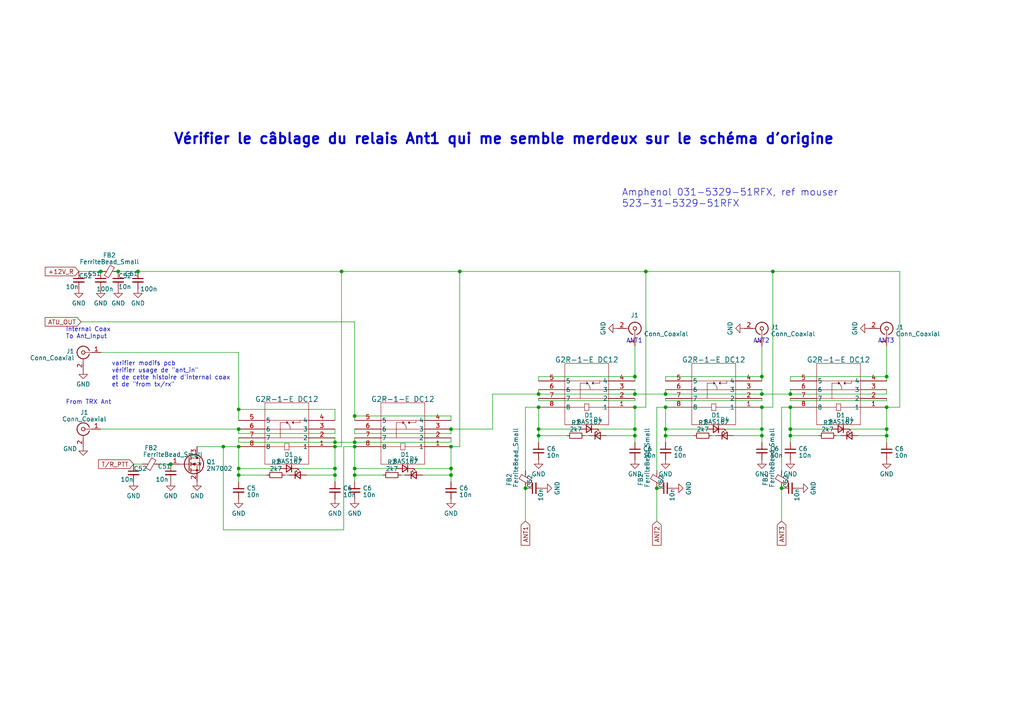
<source format=kicad_sch>
(kicad_sch (version 20230121) (generator eeschema)
  (paper "A4")
  (lib_symbols
    (symbol "Connector:Conn_Coaxial" (pin_names (offset 1.016) hide)
      (property "Reference" "J" (at 0.254 3.048 0))
      (property "Value" "Conn_Coaxial" (at 2.921 0 90))
      (symbol "Conn_Coaxial_0_1"
        (arc (start -1.778 -0.508) (mid 0.2311 -1.8066) (end 1.778 0) (stroke (width 0.254)))
        (polyline (pts (xy -2.54 0) (xy -0.508 0)))
        (polyline (pts (xy 0 -2.54) (xy 0 -1.778)))
        (circle (center 0 0) (radius 0.508) (stroke (width 0.2032)))
        (arc (start 1.778 0) (mid 0.2099 1.8101) (end -1.778 0.508) (stroke (width 0.254)))
      )
      (symbol "Conn_Coaxial_1_1"
        (pin passive line (at -5.08 0 0) (length 2.54) (name "In") (number "1"))
        (pin passive line (at 0 -5.08 90) (length 2.54) (name "Ext") (number "2"))
      )
    )
    (symbol "Device:C_Small" (pin_numbers hide) (pin_names (offset 0.254) hide)
      (property "Reference" "C" (at 0.254 1.778 0))
      (property "Value" "C_Small" (at 0.254 -2.032 0))
      (symbol "C_Small_0_1"
        (polyline (pts (xy -1.524 -0.508) (xy 1.524 -0.508)) (stroke (width 0.3302)))
        (polyline (pts (xy -1.524 0.508) (xy 1.524 0.508)) (stroke (width 0.3048)))
      )
      (symbol "C_Small_1_1"
        (pin passive line (at 0 2.54 270) (length 2.032) (name "~") (number "1"))
        (pin passive line (at 0 -2.54 90) (length 2.032) (name "~") (number "2"))
      )
    )
    (symbol "Device:D_Small" (pin_numbers hide) (pin_names (offset 0.254) hide)
      (property "Reference" "D" (at -1.27 2.032 0))
      (property "Value" "D_Small" (at -3.81 -2.032 0))
      (symbol "D_Small_0_1"
        (polyline (pts (xy -0.762 -1.016) (xy -0.762 1.016)) (stroke (width 0.254)))
        (polyline (pts (xy -0.762 0) (xy 0.762 0)))
        (polyline (pts (xy 0.762 -1.016) (xy -0.762 0) (xy 0.762 1.016) (xy 0.762 -1.016)) (stroke (width 0.254)))
      )
      (symbol "D_Small_1_1"
        (pin passive line (at -2.54 0 0) (length 1.778) (name "K") (number "1"))
        (pin passive line (at 2.54 0 180) (length 1.778) (name "A") (number "2"))
      )
    )
    (symbol "Device:FerriteBead_Small" (pin_numbers hide) (pin_names (offset 0))
      (property "Reference" "FB" (at 1.905 1.27 0))
      (property "Value" "FerriteBead_Small" (at 1.905 -1.27 0))
      (symbol "FerriteBead_Small_0_1"
        (polyline (pts (xy 0 -1.27) (xy 0 -0.7874)))
        (polyline (pts (xy 0 0.889) (xy 0 1.2954)))
        (polyline (pts (xy -1.8288 0.2794) (xy -1.1176 1.4986) (xy 1.8288 -0.2032) (xy 1.1176 -1.4224) (xy -1.8288 0.2794)))
      )
      (symbol "FerriteBead_Small_1_1"
        (pin passive line (at 0 2.54 270) (length 1.27) (name "~") (number "1"))
        (pin passive line (at 0 -2.54 90) (length 1.27) (name "~") (number "2"))
      )
    )
    (symbol "Device:LED_Small" (pin_numbers hide) (pin_names (offset 0.254) hide)
      (property "Reference" "D" (at -1.27 3.175 0))
      (property "Value" "LED_Small" (at -4.445 -2.54 0))
      (symbol "LED_Small_0_1"
        (polyline (pts (xy -0.762 -1.016) (xy -0.762 1.016)) (stroke (width 0.254)))
        (polyline (pts (xy 1.016 0) (xy -0.762 0)))
        (polyline (pts (xy 0.762 -1.016) (xy -0.762 0) (xy 0.762 1.016) (xy 0.762 -1.016)) (stroke (width 0.254)))
        (polyline (pts (xy 0 0.762) (xy -0.508 1.27) (xy -0.254 1.27) (xy -0.508 1.27) (xy -0.508 1.016)))
        (polyline (pts (xy 0.508 1.27) (xy 0 1.778) (xy 0.254 1.778) (xy 0 1.778) (xy 0 1.524)))
      )
      (symbol "LED_Small_1_1"
        (pin passive line (at -2.54 0 0) (length 1.778) (name "K") (number "1"))
        (pin passive line (at 2.54 0 180) (length 1.778) (name "A") (number "2"))
      )
    )
    (symbol "Device:R_Small" (pin_numbers hide) (pin_names (offset 0.254) hide)
      (property "Reference" "R" (at 0.762 0.508 0))
      (property "Value" "R_Small" (at 0.762 -1.016 0))
      (symbol "R_Small_0_1"
        (rectangle (start -0.762 1.778) (end 0.762 -1.778) (stroke (width 0.2032)))
      )
      (symbol "R_Small_1_1"
        (pin passive line (at 0 2.54 270) (length 0.762) (name "~") (number "1"))
        (pin passive line (at 0 -2.54 90) (length 0.762) (name "~") (number "2"))
      )
    )
    (symbol "RELAY_G2R-1-E AC12:G2R-1-E_DC12" (pin_names (offset 0.254))
      (property "Reference" "K" (at 13.6525 9.8425 0))
      (property "Value" "G2R-1-E DC12" (at 20.32 7.62 0))
      (symbol "G2R-1-E_DC12_0_1"
        (polyline (pts (xy 7.62 -12.7) (xy 20.32 -12.7)) (stroke (width 0.127)))
        (polyline (pts (xy 7.62 -7.62) (xy 20.32 -7.62)) (stroke (width 0.127)))
        (polyline (pts (xy 7.62 -5.08) (xy 20.32 -5.08)) (stroke (width 0.127)))
        (polyline (pts (xy 7.62 -2.54) (xy 20.32 -2.54)) (stroke (width 0.127)))
        (polyline (pts (xy 7.62 0) (xy 13.335 0)) (stroke (width 0.127)))
        (polyline (pts (xy 7.62 5.08) (xy 7.62 -12.7)) (stroke (width 0.127)))
        (polyline (pts (xy 10.16 -7.62) (xy 10.16 -6.985)) (stroke (width 0.127)))
        (polyline (pts (xy 10.16 -6.985) (xy 12.065 -6.985)) (stroke (width 0.127)))
        (polyline (pts (xy 12.065 -7.3025) (xy 12.3825 -6.985)) (stroke (width 0.127)))
        (polyline (pts (xy 12.065 -6.6675) (xy 12.065 -7.3025)) (stroke (width 0.127)))
        (polyline (pts (xy 12.3825 -6.985) (xy 12.065 -6.6675)) (stroke (width 0.127)))
        (polyline (pts (xy 13.0175 -5.715) (xy 13.6525 -6.985)) (stroke (width 0.127)))
        (polyline (pts (xy 13.0175 -5.08) (xy 13.0175 -5.715)) (stroke (width 0.127)))
        (polyline (pts (xy 13.335 -0.9525) (xy 13.335 0)) (stroke (width 0.127)))
        (polyline (pts (xy 13.335 0) (xy 13.335 0.9525)) (stroke (width 0.127)))
        (polyline (pts (xy 13.335 0.9525) (xy 14.605 0.9525)) (stroke (width 0.127)))
        (polyline (pts (xy 13.6525 -6.985) (xy 13.97 -7.3025)) (stroke (width 0.127)))
        (polyline (pts (xy 13.6525 -6.985) (xy 13.97 -6.6675)) (stroke (width 0.127)))
        (polyline (pts (xy 13.97 -7.3025) (xy 13.97 -6.6675)) (stroke (width 0.127)))
        (polyline (pts (xy 13.97 -6.985) (xy 15.875 -6.985)) (stroke (width 0.127)))
        (polyline (pts (xy 14.605 -0.9525) (xy 13.335 -0.9525)) (stroke (width 0.127)))
        (polyline (pts (xy 14.605 0) (xy 20.32 0)) (stroke (width 0.127)))
        (polyline (pts (xy 14.605 0.9525) (xy 14.605 -0.9525)) (stroke (width 0.127)))
        (polyline (pts (xy 15.875 -6.985) (xy 15.875 -2.54)) (stroke (width 0.127)))
        (polyline (pts (xy 20.32 -12.7) (xy 20.32 5.08)) (stroke (width 0.127)))
        (polyline (pts (xy 20.32 5.08) (xy 7.62 5.08)) (stroke (width 0.127)))
        (polyline (pts (xy 12.065 -6.6675) (xy 12.3825 -6.985) (xy 12.065 -7.3025)) (fill (type outline)))
        (polyline (pts (xy 13.6525 -6.985) (xy 13.97 -6.6675) (xy 13.97 -7.3025)) (fill (type outline)))
        (pin unspecified line (at 0 0 0) (length 7.62) (name "1") (number "1"))
        (pin unspecified line (at 0 -2.54 0) (length 7.62) (name "2") (number "2"))
        (pin unspecified line (at 0 -5.08 0) (length 7.62) (name "3") (number "3"))
        (pin unspecified line (at 0 -7.62 0) (length 7.62) (name "4") (number "4"))
        (pin unspecified line (at 27.94 -7.62 180) (length 7.62) (name "5") (number "5"))
        (pin unspecified line (at 27.94 -5.08 180) (length 7.62) (name "6") (number "6"))
        (pin unspecified line (at 27.94 -2.54 180) (length 7.62) (name "7") (number "7"))
        (pin unspecified line (at 27.94 0 180) (length 7.62) (name "8") (number "8"))
      )
    )
    (symbol "Transistor_FET:2N7002" (pin_names hide)
      (property "Reference" "Q" (at 5.08 1.905 0))
      (property "Value" "2N7002" (at 5.08 0 0))
      (symbol "2N7002_0_1"
        (polyline (pts (xy 0.254 0) (xy -2.54 0)))
        (polyline (pts (xy 0.254 1.905) (xy 0.254 -1.905)) (stroke (width 0.254)))
        (polyline (pts (xy 0.762 -1.27) (xy 0.762 -2.286)) (stroke (width 0.254)))
        (polyline (pts (xy 0.762 0.508) (xy 0.762 -0.508)) (stroke (width 0.254)))
        (polyline (pts (xy 0.762 2.286) (xy 0.762 1.27)) (stroke (width 0.254)))
        (polyline (pts (xy 2.54 2.54) (xy 2.54 1.778)))
        (polyline (pts (xy 2.54 -2.54) (xy 2.54 0) (xy 0.762 0)))
        (polyline (pts (xy 0.762 -1.778) (xy 3.302 -1.778) (xy 3.302 1.778) (xy 0.762 1.778)))
        (polyline (pts (xy 1.016 0) (xy 2.032 0.381) (xy 2.032 -0.381) (xy 1.016 0)) (fill (type outline)))
        (polyline (pts (xy 2.794 0.508) (xy 2.921 0.381) (xy 3.683 0.381) (xy 3.81 0.254)))
        (polyline (pts (xy 3.302 0.381) (xy 2.921 -0.254) (xy 3.683 -0.254) (xy 3.302 0.381)))
        (circle (center 1.651 0) (radius 2.794) (stroke (width 0.254)))
        (circle (center 2.54 -1.778) (radius 0.254) (fill (type outline)))
        (circle (center 2.54 1.778) (radius 0.254) (fill (type outline)))
      )
      (symbol "2N7002_1_1"
        (pin input line (at -5.08 0 0) (length 2.54) (name "G") (number "1"))
        (pin passive line (at 2.54 -5.08 90) (length 2.54) (name "S") (number "2"))
        (pin passive line (at 2.54 5.08 270) (length 2.54) (name "D") (number "3"))
      )
    )
    (symbol "power:GND" (power) (pin_names (offset 0))
      (property "Value" "GND" (at 0 -3.81 0))
      (symbol "GND_0_1"
        (polyline (pts (xy 0 0) (xy 0 -1.27) (xy 1.27 -1.27) (xy 0 -2.54) (xy -1.27 -1.27) (xy 0 -1.27)))
      )
      (symbol "GND_1_1"
        (pin power_in line (at 0 0 270) (length 0) hide (name "GND") (number "1"))
      )
    )
  )
  (junction (at 102.87 128.27))
  (junction (at 97.155 129.54))
  (junction (at 193.04 124.46))
  (junction (at 64.77 129.54))
  (junction (at 130.81 137.795))
  (junction (at 184.15 118.11))
  (junction (at 69.215 118.745))
  (junction (at 220.98 109.22))
  (junction (at 102.87 129.54))
  (junction (at 34.29 78.74))
  (junction (at 99.06 78.74))
  (junction (at 229.235 124.46))
  (junction (at 97.155 128.27))
  (junction (at 193.04 126.365))
  (junction (at 257.175 126.365))
  (junction (at 229.235 114.3))
  (junction (at 229.235 118.11))
  (junction (at 220.98 126.365))
  (junction (at 187.325 78.74))
  (junction (at 102.87 137.795))
  (junction (at 130.81 129.54))
  (junction (at 156.21 124.46))
  (junction (at 220.98 118.11))
  (junction (at 257.175 124.46))
  (junction (at 130.81 135.89))
  (junction (at 193.04 114.3))
  (junction (at 97.155 135.89))
  (junction (at 29.21 78.74))
  (junction (at 40.005 78.74))
  (junction (at 69.215 137.795))
  (junction (at 226.695 141.605))
  (junction (at 97.155 137.795))
  (junction (at 184.15 124.46))
  (junction (at 102.87 135.89))
  (junction (at 220.98 124.46))
  (junction (at 133.35 78.74))
  (junction (at 69.215 135.89))
  (junction (at 184.15 126.365))
  (junction (at 152.4 141.605))
  (junction (at 156.21 114.3))
  (junction (at 190.5 141.605))
  (junction (at 184.15 114.3))
  (junction (at 220.98 114.3))
  (junction (at 257.175 109.22))
  (junction (at 69.215 124.46))
  (junction (at 224.155 78.74))
  (junction (at 156.21 126.365))
  (junction (at 130.81 124.46))
  (junction (at 257.175 118.11))
  (junction (at 156.21 118.11))
  (junction (at 69.215 129.54))
  (junction (at 49.53 134.62))
  (junction (at 184.15 109.22))
  (junction (at 229.235 126.365))
  (junction (at 193.04 118.11))
  (junction (at 102.87 120.65))
  (wire (pts (xy 229.235 113.03) (xy 229.235 114.3)))
  (wire (pts (xy 156.21 126.365) (xy 164.465 126.365)))
  (wire (pts (xy 220.98 109.22) (xy 220.98 110.49)))
  (wire (pts (xy 229.235 116.205) (xy 257.175 116.205)))
  (wire (pts (xy 102.87 120.65) (xy 130.81 120.65)))
  (wire (pts (xy 156.21 113.03) (xy 156.21 114.3)))
  (wire (pts (xy 130.81 124.46) (xy 142.875 124.46)))
  (wire (pts (xy 187.325 78.74) (xy 224.155 78.74)))
  (wire (pts (xy 152.4 141.605) (xy 152.4 151.13)))
  (wire (pts (xy 156.21 118.11) (xy 156.21 124.46)))
  (wire (pts (xy 97.155 128.27) (xy 102.87 128.27)))
  (wire (pts (xy 69.215 137.795) (xy 69.215 139.7)))
  (wire (pts (xy 102.87 129.54) (xy 102.87 135.89)))
  (wire (pts (xy 130.81 120.65) (xy 130.81 121.92)))
  (wire (pts (xy 64.77 129.54) (xy 69.215 129.54)))
  (wire (pts (xy 193.04 118.11) (xy 190.5 118.11)))
  (wire (pts (xy 242.57 126.365) (xy 243.84 126.365)))
  (wire (pts (xy 130.81 135.89) (xy 130.81 129.54)))
  (wire (pts (xy 102.87 125.73) (xy 130.81 125.73)))
  (wire (pts (xy 229.235 109.22) (xy 257.175 109.22)))
  (wire (pts (xy 169.545 126.365) (xy 170.815 126.365)))
  (wire (pts (xy 152.4 118.11) (xy 152.4 136.525)))
  (wire (pts (xy 130.81 135.89) (xy 130.81 137.795)))
  (wire (pts (xy 184.15 118.11) (xy 187.325 118.11)))
  (wire (pts (xy 102.87 128.27) (xy 130.81 128.27)))
  (wire (pts (xy 120.015 135.89) (xy 130.81 135.89)))
  (wire (pts (xy 69.215 129.54) (xy 69.215 135.89)))
  (wire (pts (xy 69.215 124.46) (xy 69.215 125.73)))
  (wire (pts (xy 97.155 118.745) (xy 97.155 121.92)))
  (wire (pts (xy 184.15 126.365) (xy 184.15 128.27)))
  (wire (pts (xy 69.215 135.89) (xy 81.28 135.89)))
  (wire (pts (xy 99.695 153.67) (xy 99.695 129.54)))
  (wire (pts (xy 102.87 93.345) (xy 23.495 93.345)))
  (wire (pts (xy 97.155 124.46) (xy 97.155 125.73)))
  (wire (pts (xy 229.235 118.11) (xy 226.695 118.11)))
  (wire (pts (xy 22.86 78.74) (xy 29.21 78.74)))
  (wire (pts (xy 210.185 124.46) (xy 220.98 124.46)))
  (wire (pts (xy 69.215 118.745) (xy 97.155 118.745)))
  (wire (pts (xy 102.87 135.89) (xy 114.935 135.89)))
  (wire (pts (xy 64.77 153.67) (xy 99.695 153.67)))
  (wire (pts (xy 156.21 124.46) (xy 168.275 124.46)))
  (wire (pts (xy 220.98 114.3) (xy 220.98 113.03)))
  (wire (pts (xy 184.15 126.365) (xy 175.895 126.365)))
  (wire (pts (xy 193.04 118.11) (xy 193.04 124.46)))
  (wire (pts (xy 130.81 137.795) (xy 122.555 137.795)))
  (wire (pts (xy 229.235 126.365) (xy 229.235 128.27)))
  (wire (pts (xy 99.06 78.74) (xy 99.06 129.54)))
  (wire (pts (xy 97.155 135.89) (xy 97.155 129.54)))
  (wire (pts (xy 226.695 118.11) (xy 226.695 136.525)))
  (wire (pts (xy 46.355 134.62) (xy 49.53 134.62)))
  (wire (pts (xy 156.21 110.49) (xy 156.21 109.22)))
  (wire (pts (xy 193.04 126.365) (xy 193.04 128.27)))
  (wire (pts (xy 184.15 114.3) (xy 156.21 114.3)))
  (wire (pts (xy 102.87 137.795) (xy 102.87 139.7)))
  (wire (pts (xy 64.77 129.54) (xy 64.77 153.67)))
  (wire (pts (xy 220.98 124.46) (xy 220.98 126.365)))
  (wire (pts (xy 97.155 128.27) (xy 97.155 127)))
  (wire (pts (xy 69.215 102.235) (xy 29.21 102.235)))
  (wire (pts (xy 184.15 100.33) (xy 184.15 109.22)))
  (wire (pts (xy 229.235 114.3) (xy 257.175 114.3)))
  (wire (pts (xy 257.175 126.365) (xy 257.175 128.27)))
  (wire (pts (xy 260.985 78.74) (xy 260.985 118.11)))
  (wire (pts (xy 193.04 113.03) (xy 193.04 114.3)))
  (wire (pts (xy 156.21 115.57) (xy 156.21 116.205)))
  (wire (pts (xy 220.98 124.46) (xy 220.98 118.11)))
  (wire (pts (xy 86.36 135.89) (xy 97.155 135.89)))
  (wire (pts (xy 69.215 121.92) (xy 69.215 118.745)))
  (wire (pts (xy 97.155 137.795) (xy 88.9 137.795)))
  (wire (pts (xy 184.15 124.46) (xy 184.15 118.11)))
  (wire (pts (xy 193.04 115.57) (xy 193.04 116.205)))
  (wire (pts (xy 224.155 78.74) (xy 260.985 78.74)))
  (wire (pts (xy 193.04 124.46) (xy 205.105 124.46)))
  (wire (pts (xy 257.175 109.22) (xy 257.175 110.49)))
  (wire (pts (xy 193.04 110.49) (xy 193.04 109.22)))
  (wire (pts (xy 193.04 126.365) (xy 201.295 126.365)))
  (wire (pts (xy 187.325 78.74) (xy 187.325 118.11)))
  (wire (pts (xy 156.21 118.11) (xy 152.4 118.11)))
  (wire (pts (xy 206.375 126.365) (xy 207.645 126.365)))
  (wire (pts (xy 142.875 114.3) (xy 142.875 124.46)))
  (wire (pts (xy 102.87 124.46) (xy 102.87 125.73)))
  (wire (pts (xy 133.35 78.74) (xy 187.325 78.74)))
  (wire (pts (xy 229.235 115.57) (xy 229.235 116.205)))
  (wire (pts (xy 220.98 116.205) (xy 220.98 115.57)))
  (wire (pts (xy 97.155 137.795) (xy 97.155 139.7)))
  (wire (pts (xy 193.04 116.205) (xy 220.98 116.205)))
  (wire (pts (xy 184.15 114.3) (xy 193.04 114.3)))
  (wire (pts (xy 224.155 78.74) (xy 224.155 118.11)))
  (wire (pts (xy 97.155 129.54) (xy 99.06 129.54)))
  (wire (pts (xy 184.15 116.205) (xy 184.15 115.57)))
  (wire (pts (xy 229.235 110.49) (xy 229.235 109.22)))
  (wire (pts (xy 40.005 78.74) (xy 99.06 78.74)))
  (wire (pts (xy 229.235 124.46) (xy 241.3 124.46)))
  (wire (pts (xy 257.175 124.46) (xy 257.175 118.11)))
  (wire (pts (xy 130.81 137.795) (xy 130.81 139.7)))
  (wire (pts (xy 69.215 137.795) (xy 77.47 137.795)))
  (wire (pts (xy 29.21 124.46) (xy 69.215 124.46)))
  (wire (pts (xy 38.735 134.62) (xy 41.275 134.62)))
  (wire (pts (xy 173.355 124.46) (xy 184.15 124.46)))
  (wire (pts (xy 116.205 137.795) (xy 117.475 137.795)))
  (wire (pts (xy 184.15 113.03) (xy 184.15 114.3)))
  (wire (pts (xy 57.15 129.54) (xy 64.77 129.54)))
  (wire (pts (xy 220.98 126.365) (xy 212.725 126.365)))
  (wire (pts (xy 257.175 126.365) (xy 248.92 126.365)))
  (wire (pts (xy 220.98 118.11) (xy 224.155 118.11)))
  (wire (pts (xy 156.21 114.3) (xy 142.875 114.3)))
  (wire (pts (xy 97.155 135.89) (xy 97.155 137.795)))
  (wire (pts (xy 102.87 127) (xy 102.87 128.27)))
  (wire (pts (xy 130.81 128.27) (xy 130.81 127)))
  (wire (pts (xy 257.175 118.11) (xy 260.985 118.11)))
  (wire (pts (xy 69.215 125.73) (xy 97.155 125.73)))
  (wire (pts (xy 246.38 124.46) (xy 257.175 124.46)))
  (wire (pts (xy 220.98 100.33) (xy 220.98 109.22)))
  (wire (pts (xy 190.5 118.11) (xy 190.5 136.525)))
  (wire (pts (xy 130.81 125.73) (xy 130.81 124.46)))
  (wire (pts (xy 102.87 121.92) (xy 102.87 120.65)))
  (wire (pts (xy 257.175 114.3) (xy 257.175 113.03)))
  (wire (pts (xy 190.5 141.605) (xy 190.5 151.13)))
  (wire (pts (xy 229.235 124.46) (xy 229.235 126.365)))
  (wire (pts (xy 99.06 78.74) (xy 133.35 78.74)))
  (wire (pts (xy 229.235 126.365) (xy 237.49 126.365)))
  (wire (pts (xy 226.695 141.605) (xy 226.695 151.13)))
  (wire (pts (xy 257.175 124.46) (xy 257.175 126.365)))
  (wire (pts (xy 220.98 126.365) (xy 220.98 128.27)))
  (wire (pts (xy 156.21 124.46) (xy 156.21 126.365)))
  (wire (pts (xy 229.235 118.11) (xy 229.235 124.46)))
  (wire (pts (xy 156.21 116.205) (xy 184.15 116.205)))
  (wire (pts (xy 193.04 114.3) (xy 220.98 114.3)))
  (wire (pts (xy 102.87 120.65) (xy 102.87 93.345)))
  (wire (pts (xy 69.215 118.745) (xy 69.215 102.235)))
  (wire (pts (xy 69.215 135.89) (xy 69.215 137.795)))
  (wire (pts (xy 193.04 124.46) (xy 193.04 126.365)))
  (wire (pts (xy 156.21 126.365) (xy 156.21 128.27)))
  (wire (pts (xy 99.695 129.54) (xy 102.87 129.54)))
  (wire (pts (xy 257.175 116.205) (xy 257.175 115.57)))
  (wire (pts (xy 34.29 78.74) (xy 40.005 78.74)))
  (wire (pts (xy 193.04 109.22) (xy 220.98 109.22)))
  (wire (pts (xy 257.175 100.33) (xy 257.175 109.22)))
  (wire (pts (xy 156.21 109.22) (xy 184.15 109.22)))
  (wire (pts (xy 184.15 124.46) (xy 184.15 126.365)))
  (wire (pts (xy 133.35 78.74) (xy 133.35 129.54)))
  (wire (pts (xy 184.15 109.22) (xy 184.15 110.49)))
  (wire (pts (xy 102.87 137.795) (xy 111.125 137.795)))
  (wire (pts (xy 130.81 129.54) (xy 133.35 129.54)))
  (wire (pts (xy 220.98 114.3) (xy 229.235 114.3)))
  (wire (pts (xy 69.215 127) (xy 69.215 128.27)))
  (wire (pts (xy 82.55 137.795) (xy 83.82 137.795)))
  (wire (pts (xy 102.87 135.89) (xy 102.87 137.795)))
  (wire (pts (xy 69.215 128.27) (xy 97.155 128.27)))
  (text "ANT2\n" (at 218.44 99.695 0) (effects (font (size 1.27 1.27)) (justify left bottom)))
  (text "Vérifier le câblage du relais Ant1 qui me semble merdeux sur le schéma d'origine\n\n" (at 50.165 46.99 0) (effects (font (size 3 3) (thickness 0.6) bold) (justify left bottom)))
  (text "Internal Coax\nTo Ant_Input" (at 19.05 98.425 0) (effects (font (size 1.27 1.27)) (justify left bottom)))
  (text "\nAmphenol 031-5329-51RFX, ref mouser \n523-31-5329-51RFX" (at 180.34 60.325 0) (effects (font (size 2 2)) (justify left bottom)))
  (text "ANT3\n" (at 254.635 99.695 0) (effects (font (size 1.27 1.27)) (justify left bottom)))
  (text "varifier modifs pcb\nvérifier usage de \"ant_in\" \net de cette histoire d'internal coax\net de \"from tx/rx\"\n" (at 32.385 112.395 0) (effects (font (size 1.27 1.27)) (justify left bottom)))
  (text "From TRX Ant" (at 19.05 117.475 0) (effects (font (size 1.27 1.27)) (justify left bottom)))
  (text "ANT1\n" (at 181.61 99.695 0) (effects (font (size 1.27 1.27)) (justify left bottom)))
  (global_label "+12V_R" (shape input) (at 22.86 78.74 180) (property "Intersheetrefs" "${INTERSHEET_REFS}" (effects hide)))
  (global_label "ATU_OUT" (shape input) (at 23.495 93.345 180) (property "Intersheetrefs" "${INTERSHEET_REFS}" (effects hide)))
  (global_label "ANT2" (shape input) (at 190.5 151.13 270) (property "Intersheetrefs" "${INTERSHEET_REFS}" (effects hide)))
  (global_label "T{slash}R_PTT" (shape input) (at 38.735 134.62 180) (property "Intersheetrefs" "${INTERSHEET_REFS}" (effects hide)))
  (global_label "ANT3" (shape input) (at 226.695 151.13 270) (property "Intersheetrefs" "${INTERSHEET_REFS}" (effects hide)))
  (global_label "ANT1" (shape input) (at 152.4 151.13 270) (property "Intersheetrefs" "${INTERSHEET_REFS}" (effects hide)))
  (symbol (lib_id "power:GND") (at 40.005 83.82 0) (unit 1)
    (property "Reference" "#PWR052" (effects hide))
    (property "Value" "GND" (at 40.005 87.9555 0))
    (instances (project "K_Aries" (path "" (reference "#PWR052") (unit 1)) (path "" (reference "#PWR0121") (unit 1))))
  )
  (symbol (lib_id "Device:D_Small") (at 207.645 124.46 180) (unit 1)
    (property "Reference" "D1" (at 207.645 120.4341 0))
    (property "Value" "BAS16J" (at 207.645 122.3551 0))
    (property "Footprint" "Diode_SMD:D_SOD-323_HandSoldering" (effects hide))
    (property "Sim.Device" "D" (effects hide))
    (property "Sim.Pins" "1=K 2=A" (effects hide))
    (instances (project "K_Aries" (path "" (reference "D1") (unit 1)) (path "" (reference "D51") (unit 1))))
  )
  (symbol (lib_id "Device:R_Small") (at 113.665 137.795 90) (unit 1)
    (property "Reference" "R2" (at 113.665 134.0485 90))
    (property "Value" "2k7" (at 113.665 135.9695 90))
    (property "Footprint" "Resistor_SMD:R_0805_2012Metric_Pad1.20x1.40mm_HandSolder" (effects hide))
    (instances (project "K_Aries" (path "" (reference "R2") (unit 1)) (path "" (reference "R42") (unit 1))))
  )
  (symbol (lib_id "power:GND") (at 24.13 107.315 0) (mirror y) (unit 1)
    (property "Reference" "#PWR041" (effects hide))
    (property "Value" "GND" (at 24.13 111.4505 0))
    (instances (project "K_Aries" (path "" (reference "#PWR041") (unit 1)) (path "" (reference "#PWR0116") (unit 1))))
  )
  (symbol (lib_id "power:GND") (at 49.53 139.7 0) (unit 1)
    (property "Reference" "#PWR052" (effects hide))
    (property "Value" "GND" (at 49.53 143.8355 0))
    (instances (project "K_Aries" (path "" (reference "#PWR052") (unit 1)) (path "" (reference "#PWR0122") (unit 1))))
  )
  (symbol (lib_id "Device:C_Small") (at 130.81 142.24 0) (unit 1)
    (property "Reference" "C6" (at 133.1341 141.6026 0) (effects (justify left)))
    (property "Value" "10n" (at 133.1341 143.5236 0) (effects (justify left)))
    (property "Footprint" "Capacitor_SMD:C_0805_2012Metric_Pad1.18x1.45mm_HandSolder" (effects hide))
    (instances (project "K_Aries" (path "" (reference "C6") (unit 1)) (path "" (reference "C91") (unit 1))))
  )
  (symbol (lib_id "power:GND") (at 130.81 144.78 0) (unit 1)
    (property "Reference" "#PWR05" (effects hide))
    (property "Value" "GND" (at 130.81 148.9155 0))
    (instances (project "K_Aries" (path "" (reference "#PWR05") (unit 1)) (path "" (reference "#PWR0127") (unit 1))))
  )
  (symbol (lib_id "power:GND") (at 215.9 95.25 270) (mirror x) (unit 1)
    (property "Reference" "#PWR041" (effects hide))
    (property "Value" "GND" (at 211.7645 95.25 0))
    (instances (project "K_Aries" (path "" (reference "#PWR041") (unit 1)) (path "" (reference "#PWR0134") (unit 1))))
  )
  (symbol (lib_id "Device:FerriteBead_Small") (at 226.695 139.065 180) (unit 1)
    (property "Reference" "FB2" (at 221.9833 139.1031 90))
    (property "Value" "FerriteBead_Small" (at 223.9043 132.7531 90))
    (property "Footprint" "Inductor_SMD:L_0805_2012Metric_Pad1.15x1.40mm_HandSolder" (effects hide))
    (instances (project "K_Aries" (path "" (reference "FB2") (unit 1)) (path "" (reference "FB10") (unit 1))))
  )
  (symbol (lib_id "Device:C_Small") (at 49.53 137.16 0) (unit 1)
    (property "Reference" "C51" (at 45.72 135.255 0) (effects (justify left)))
    (property "Value" "10n" (at 45.085 139.065 0) (effects (justify left)))
    (property "Footprint" "Capacitor_SMD:C_0805_2012Metric_Pad1.18x1.45mm_HandSolder" (effects hide))
    (instances (project "K_Aries" (path "" (reference "C51") (unit 1)) (path "" (reference "C87") (unit 1))))
  )
  (symbol (lib_id "power:GND") (at 57.15 139.7 0) (unit 1)
    (property "Reference" "#PWR052" (effects hide))
    (property "Value" "GND" (at 57.15 143.8355 0))
    (instances (project "K_Aries" (path "" (reference "#PWR052") (unit 1)) (path "" (reference "#PWR0123") (unit 1))))
  )
  (symbol (lib_id "Device:R_Small") (at 240.03 126.365 90) (unit 1)
    (property "Reference" "R2" (at 240.03 122.6185 90))
    (property "Value" "2k7" (at 240.03 124.5395 90))
    (property "Footprint" "Resistor_SMD:R_0805_2012Metric_Pad1.20x1.40mm_HandSolder" (effects hide))
    (instances (project "K_Aries" (path "" (reference "R2") (unit 1)) (path "" (reference "R45") (unit 1))))
  )
  (symbol (lib_id "Device:D_Small") (at 170.815 124.46 180) (unit 1)
    (property "Reference" "D1" (at 170.815 120.4341 0))
    (property "Value" "BAS16J" (at 170.815 122.3551 0))
    (property "Footprint" "Diode_SMD:D_SOD-323_HandSoldering" (effects hide))
    (property "Sim.Device" "D" (effects hide))
    (property "Sim.Pins" "1=K 2=A" (effects hide))
    (instances (project "K_Aries" (path "" (reference "D1") (unit 1)) (path "" (reference "D49") (unit 1))))
  )
  (symbol (lib_id "Transistor_FET:2N7002") (at 54.61 134.62 0) (unit 1)
    (property "Reference" "Q1" (at 59.817 133.9763 0) (effects (justify left)))
    (property "Value" "2N7002" (at 59.817 135.8973 0) (effects (justify left)))
    (property "Footprint" "Package_TO_SOT_SMD:SOT-23" (effects hide))
    (property "Datasheet" "https://www.onsemi.com/pub/Collateral/NDS7002A-D.PDF" (effects hide))
  )
  (symbol (lib_id "Device:FerriteBead_Small") (at 152.4 139.065 180) (unit 1)
    (property "Reference" "FB2" (at 147.6883 139.1031 90))
    (property "Value" "FerriteBead_Small" (at 149.6093 132.7531 90))
    (property "Footprint" "Inductor_SMD:L_0805_2012Metric_Pad1.15x1.40mm_HandSolder" (effects hide))
    (instances (project "K_Aries" (path "" (reference "FB2") (unit 1)) (path "" (reference "FB8") (unit 1))))
  )
  (symbol (lib_id "Device:LED_Small") (at 86.36 137.795 0) (unit 1)
    (property "Reference" "D4" (at 86.4235 133.1341 0))
    (property "Value" "LED_Small" (effects hide))
    (property "Footprint" "LED_SMD:LED_1206_3216Metric_Pad1.42x1.75mm_HandSolder" (effects hide))
    (instances (project "K_Aries" (path "" (reference "D4") (unit 1)) (path "" (reference "D46") (unit 1))))
  )
  (symbol (lib_id "Device:C_Small") (at 220.98 130.81 0) (unit 1)
    (property "Reference" "C6" (at 223.3041 130.1726 0) (effects (justify left)))
    (property "Value" "10n" (at 223.3041 132.0936 0) (effects (justify left)))
    (property "Footprint" "Capacitor_SMD:C_0805_2012Metric_Pad1.18x1.45mm_HandSolder" (effects hide))
    (instances (project "K_Aries" (path "" (reference "C6") (unit 1)) (path "" (reference "C97") (unit 1))))
  )
  (symbol (lib_id "Device:D_Small") (at 83.82 135.89 180) (unit 1)
    (property "Reference" "D1" (at 83.82 131.8641 0))
    (property "Value" "BAS16J" (at 83.82 133.7851 0))
    (property "Footprint" "Diode_SMD:D_SOD-323_HandSoldering" (effects hide))
    (property "Sim.Device" "D" (effects hide))
    (property "Sim.Pins" "1=K 2=A" (effects hide))
    (instances (project "K_Aries" (path "" (reference "D1") (unit 1)) (path "" (reference "D45") (unit 1))))
  )
  (symbol (lib_id "Device:C_Small") (at 229.235 130.81 0) (unit 1)
    (property "Reference" "C6" (at 231.5591 130.1726 0) (effects (justify left)))
    (property "Value" "10n" (at 231.5591 132.0936 0) (effects (justify left)))
    (property "Footprint" "Capacitor_SMD:C_0805_2012Metric_Pad1.18x1.45mm_HandSolder" (effects hide))
    (instances (project "K_Aries" (path "" (reference "C6") (unit 1)) (path "" (reference "C98") (unit 1))))
  )
  (symbol (lib_id "Device:LED_Small") (at 210.185 126.365 0) (unit 1)
    (property "Reference" "D4" (at 210.2485 121.7041 0))
    (property "Value" "LED_Small" (effects hide))
    (property "Footprint" "LED_SMD:LED_1206_3216Metric_Pad1.42x1.75mm_HandSolder" (effects hide))
    (instances (project "K_Aries" (path "" (reference "D4") (unit 1)) (path "" (reference "D52") (unit 1))))
  )
  (symbol (lib_id "Connector:Conn_Coaxial") (at 24.13 102.235 0) (mirror y) (unit 1)
    (property "Reference" "J1" (at 21.5899 101.8845 0) (effects (justify left)))
    (property "Value" "Conn_Coaxial" (at 21.5899 103.8055 0) (effects (justify left)))
    (property "Footprint" "BNC_Amphenol_031-5329-51RFX:BNC_Amphenol_031532951RFX" (effects hide))
    (property "Datasheet" " ~" (effects hide))
    (instances (project "K_Aries" (path "" (reference "J1") (unit 1)) (path "" (reference "J13") (unit 1))))
  )
  (symbol (lib_id "RELAY_G2R-1-E AC12:G2R-1-E_DC12") (at 184.15 118.11 180) (unit 1)
    (property "Reference" "K2" (effects hide))
    (property "Value" "G2R-1-E DC12" (at 170.18 104.3446 0) (effects (font (size 1.524 1.524))))
    (property "Footprint" "RELAY_G2R-1-E AC12:RELAY_G2R-1-E AC12" (effects hide))
    (property "Datasheet" "G2R-1-E DC12" (effects hide))
    (instances (project "K_Aries" (path "" (reference "K2") (unit 1)) (path "" (reference "K20") (unit 1))))
  )
  (symbol (lib_id "Device:C_Small") (at 193.04 141.605 90) (unit 1)
    (property "Reference" "C52" (at 191.77 141.605 0) (effects (justify left)))
    (property "Value" "10n" (at 194.945 145.415 0) (effects (justify left)))
    (property "Footprint" "Capacitor_SMD:C_0805_2012Metric_Pad1.18x1.45mm_HandSolder" (effects hide))
    (instances (project "K_Aries" (path "" (reference "C52") (unit 1)) (path "" (reference "C96") (unit 1))))
  )
  (symbol (lib_id "Device:FerriteBead_Small") (at 31.75 78.74 90) (unit 1)
    (property "Reference" "FB2" (at 31.7119 74.0283 90))
    (property "Value" "FerriteBead_Small" (at 31.7119 75.9493 90))
    (property "Footprint" "Inductor_SMD:L_2512_6332Metric_Pad1.52x3.35mm_HandSolder" (effects hide))
    (instances (project "K_Aries" (path "" (reference "FB2") (unit 1)) (path "" (reference "FB6") (unit 1))))
  )
  (symbol (lib_id "power:GND") (at 195.58 141.605 90) (unit 1)
    (property "Reference" "#PWR053" (effects hide))
    (property "Value" "GND" (at 199.7155 141.605 0))
    (instances (project "K_Aries" (path "" (reference "#PWR053") (unit 1)) (path "" (reference "#PWR0133") (unit 1))))
  )
  (symbol (lib_id "Device:C_Small") (at 257.175 130.81 0) (unit 1)
    (property "Reference" "C6" (at 259.4991 130.1726 0) (effects (justify left)))
    (property "Value" "10n" (at 259.4991 132.0936 0) (effects (justify left)))
    (property "Footprint" "Capacitor_SMD:C_0805_2012Metric_Pad1.18x1.45mm_HandSolder" (effects hide))
    (instances (project "K_Aries" (path "" (reference "C6") (unit 1)) (path "" (reference "C100") (unit 1))))
  )
  (symbol (lib_id "power:GND") (at 29.21 83.82 0) (unit 1)
    (property "Reference" "#PWR052" (effects hide))
    (property "Value" "GND" (at 29.21 87.9555 0))
    (instances (project "K_Aries" (path "" (reference "#PWR052") (unit 1)) (path "" (reference "#PWR0118") (unit 1))))
  )
  (symbol (lib_id "Device:C_Small") (at 69.215 142.24 0) (unit 1)
    (property "Reference" "C5" (at 71.5391 141.6026 0) (effects (justify left)))
    (property "Value" "10n" (at 71.5391 143.5236 0) (effects (justify left)))
    (property "Footprint" "Capacitor_SMD:C_0805_2012Metric_Pad1.18x1.45mm_HandSolder" (effects hide))
    (instances (project "K_Aries" (path "" (reference "C5") (unit 1)) (path "" (reference "C88") (unit 1))))
  )
  (symbol (lib_id "power:GND") (at 156.21 133.35 0) (unit 1)
    (property "Reference" "#PWR05" (effects hide))
    (property "Value" "GND" (at 156.21 137.4855 0))
    (instances (project "K_Aries" (path "" (reference "#PWR05") (unit 1)) (path "" (reference "#PWR0128") (unit 1))))
  )
  (symbol (lib_id "Device:C_Small") (at 156.21 130.81 0) (unit 1)
    (property "Reference" "C6" (at 158.5341 130.1726 0) (effects (justify left)))
    (property "Value" "10n" (at 158.5341 132.0936 0) (effects (justify left)))
    (property "Footprint" "Capacitor_SMD:C_0805_2012Metric_Pad1.18x1.45mm_HandSolder" (effects hide))
    (instances (project "K_Aries" (path "" (reference "C6") (unit 1)) (path "" (reference "C93") (unit 1))))
  )
  (symbol (lib_id "RELAY_G2R-1-E AC12:G2R-1-E_DC12") (at 130.81 129.54 180) (unit 1)
    (property "Reference" "K2" (effects hide))
    (property "Value" "G2R-1-E DC12" (at 116.84 115.7746 0) (effects (font (size 1.524 1.524))))
    (property "Footprint" "RELAY_G2R-1-E AC12:RELAY_G2R-1-E AC12" (effects hide))
    (property "Datasheet" "G2R-1-E DC12" (effects hide))
    (instances (project "K_Aries" (path "" (reference "K2") (unit 1)) (path "" (reference "K19") (unit 1))))
  )
  (symbol (lib_id "Device:C_Small") (at 97.155 142.24 0) (unit 1)
    (property "Reference" "C6" (at 99.4791 141.6026 0) (effects (justify left)))
    (property "Value" "10n" (at 99.4791 143.5236 0) (effects (justify left)))
    (property "Footprint" "Capacitor_SMD:C_0805_2012Metric_Pad1.18x1.45mm_HandSolder" (effects hide))
    (instances (project "K_Aries" (path "" (reference "C6") (unit 1)) (path "" (reference "C89") (unit 1))))
  )
  (symbol (lib_id "Device:R_Small") (at 203.835 126.365 90) (unit 1)
    (property "Reference" "R2" (at 203.835 122.6185 90))
    (property "Value" "2k7" (at 203.835 124.5395 90))
    (property "Footprint" "Resistor_SMD:R_0805_2012Metric_Pad1.20x1.40mm_HandSolder" (effects hide))
    (instances (project "K_Aries" (path "" (reference "R2") (unit 1)) (path "" (reference "R44") (unit 1))))
  )
  (symbol (lib_id "Device:C_Small") (at 34.29 81.28 0) (unit 1)
    (property "Reference" "C52" (at 34.29 80.01 0) (effects (justify left)))
    (property "Value" "10n" (at 34.29 83.185 0) (effects (justify left)))
    (property "Footprint" "Capacitor_SMD:C_0805_2012Metric_Pad1.18x1.45mm_HandSolder" (effects hide))
    (instances (project "K_Aries" (path "" (reference "C52") (unit 1)) (path "" (reference "C84") (unit 1))))
  )
  (symbol (lib_id "power:GND") (at 252.095 95.25 270) (mirror x) (unit 1)
    (property "Reference" "#PWR041" (effects hide))
    (property "Value" "GND" (at 247.9595 95.25 0))
    (instances (project "K_Aries" (path "" (reference "#PWR041") (unit 1)) (path "" (reference "#PWR0138") (unit 1))))
  )
  (symbol (lib_id "Device:D_Small") (at 117.475 135.89 180) (unit 1)
    (property "Reference" "D1" (at 117.475 131.8641 0))
    (property "Value" "BAS16J" (at 117.475 133.7851 0))
    (property "Footprint" "Diode_SMD:D_SOD-323_HandSoldering" (effects hide))
    (property "Sim.Device" "D" (effects hide))
    (property "Sim.Pins" "1=K 2=A" (effects hide))
    (instances (project "K_Aries" (path "" (reference "D1") (unit 1)) (path "" (reference "D47") (unit 1))))
  )
  (symbol (lib_id "Device:FerriteBead_Small") (at 190.5 139.065 180) (unit 1)
    (property "Reference" "FB2" (at 185.7883 139.1031 90))
    (property "Value" "FerriteBead_Small" (at 187.7093 132.7531 90))
    (property "Footprint" "Inductor_SMD:L_0805_2012Metric_Pad1.15x1.40mm_HandSolder" (effects hide))
    (instances (project "K_Aries" (path "" (reference "FB2") (unit 1)) (path "" (reference "FB9") (unit 1))))
  )
  (symbol (lib_id "RELAY_G2R-1-E AC12:G2R-1-E_DC12") (at 220.98 118.11 180) (unit 1)
    (property "Reference" "K2" (effects hide))
    (property "Value" "G2R-1-E DC12" (at 207.01 104.3446 0) (effects (font (size 1.524 1.524))))
    (property "Footprint" "RELAY_G2R-1-E AC12:RELAY_G2R-1-E AC12" (effects hide))
    (property "Datasheet" "G2R-1-E DC12" (effects hide))
    (instances (project "K_Aries" (path "" (reference "K2") (unit 1)) (path "" (reference "K21") (unit 1))))
  )
  (symbol (lib_id "power:GND") (at 34.29 83.82 0) (unit 1)
    (property "Reference" "#PWR053" (effects hide))
    (property "Value" "GND" (at 34.29 87.9555 0))
    (instances (project "K_Aries" (path "" (reference "#PWR053") (unit 1)) (path "" (reference "#PWR0119") (unit 1))))
  )
  (symbol (lib_id "Device:R_Small") (at 80.01 137.795 90) (unit 1)
    (property "Reference" "R2" (at 80.01 134.0485 90))
    (property "Value" "2k7" (at 80.01 135.9695 90))
    (property "Footprint" "Resistor_SMD:R_0805_2012Metric_Pad1.20x1.40mm_HandSolder" (effects hide))
    (instances (project "K_Aries" (path "" (reference "R2") (unit 1)) (path "" (reference "R41") (unit 1))))
  )
  (symbol (lib_id "power:GND") (at 38.735 139.7 0) (unit 1)
    (property "Reference" "#PWR053" (effects hide))
    (property "Value" "GND" (at 38.735 143.8355 0))
    (instances (project "K_Aries" (path "" (reference "#PWR053") (unit 1)) (path "" (reference "#PWR0120") (unit 1))))
  )
  (symbol (lib_id "Device:C_Small") (at 193.04 130.81 0) (unit 1)
    (property "Reference" "C6" (at 195.3641 130.1726 0) (effects (justify left)))
    (property "Value" "10n" (at 195.3641 132.0936 0) (effects (justify left)))
    (property "Footprint" "Capacitor_SMD:C_0805_2012Metric_Pad1.18x1.45mm_HandSolder" (effects hide))
    (instances (project "K_Aries" (path "" (reference "C6") (unit 1)) (path "" (reference "C95") (unit 1))))
  )
  (symbol (lib_id "Device:C_Small") (at 40.005 81.28 0) (unit 1)
    (property "Reference" "C51" (at 36.195 79.375 0) (effects (justify left)))
    (property "Value" "100n" (at 40.64 83.82 0) (effects (justify left)))
    (property "Footprint" "Capacitor_SMD:C_0805_2012Metric_Pad1.18x1.45mm_HandSolder" (effects hide))
    (instances (project "K_Aries" (path "" (reference "C51") (unit 1)) (path "" (reference "C86") (unit 1))))
  )
  (symbol (lib_id "power:GND") (at 22.86 83.82 0) (unit 1)
    (property "Reference" "#PWR053" (effects hide))
    (property "Value" "GND" (at 22.86 87.9555 0))
    (instances (project "K_Aries" (path "" (reference "#PWR053") (unit 1)) (path "" (reference "#PWR0115") (unit 1))))
  )
  (symbol (lib_id "Device:R_Small") (at 167.005 126.365 90) (unit 1)
    (property "Reference" "R2" (at 167.005 122.6185 90))
    (property "Value" "2k7" (at 167.005 124.5395 90))
    (property "Footprint" "Resistor_SMD:R_0805_2012Metric_Pad1.20x1.40mm_HandSolder" (effects hide))
    (instances (project "K_Aries" (path "" (reference "R2") (unit 1)) (path "" (reference "R43") (unit 1))))
  )
  (symbol (lib_id "power:GND") (at 97.155 144.78 0) (unit 1)
    (property "Reference" "#PWR05" (effects hide))
    (property "Value" "GND" (at 97.155 148.9155 0))
    (instances (project "K_Aries" (path "" (reference "#PWR05") (unit 1)) (path "" (reference "#PWR0125") (unit 1))))
  )
  (symbol (lib_id "Device:C_Small") (at 102.87 142.24 0) (unit 1)
    (property "Reference" "C6" (at 105.1941 141.6026 0) (effects (justify left)))
    (property "Value" "10n" (at 105.1941 143.5236 0) (effects (justify left)))
    (property "Footprint" "Capacitor_SMD:C_0805_2012Metric_Pad1.18x1.45mm_HandSolder" (effects hide))
    (instances (project "K_Aries" (path "" (reference "C6") (unit 1)) (path "" (reference "C90") (unit 1))))
  )
  (symbol (lib_id "power:GND") (at 102.87 144.78 0) (unit 1)
    (property "Reference" "#PWR05" (effects hide))
    (property "Value" "GND" (at 102.87 148.9155 0))
    (instances (project "K_Aries" (path "" (reference "#PWR05") (unit 1)) (path "" (reference "#PWR0126") (unit 1))))
  )
  (symbol (lib_id "Device:C_Small") (at 184.15 130.81 0) (unit 1)
    (property "Reference" "C6" (at 186.4741 130.1726 0) (effects (justify left)))
    (property "Value" "10n" (at 186.4741 132.0936 0) (effects (justify left)))
    (property "Footprint" "Capacitor_SMD:C_0805_2012Metric_Pad1.18x1.45mm_HandSolder" (effects hide))
    (instances (project "K_Aries" (path "" (reference "C6") (unit 1)) (path "" (reference "C94") (unit 1))))
  )
  (symbol (lib_id "power:GND") (at 229.235 133.35 0) (unit 1)
    (property "Reference" "#PWR05" (effects hide))
    (property "Value" "GND" (at 229.235 137.4855 0))
    (instances (project "K_Aries" (path "" (reference "#PWR05") (unit 1)) (path "" (reference "#PWR0136") (unit 1))))
  )
  (symbol (lib_id "RELAY_G2R-1-E AC12:G2R-1-E_DC12") (at 97.155 129.54 180) (unit 1)
    (property "Reference" "K2" (effects hide))
    (property "Value" "G2R-1-E DC12" (at 83.185 115.7746 0) (effects (font (size 1.524 1.524))))
    (property "Footprint" "RELAY_G2R-1-E AC12:RELAY_G2R-1-E AC12" (effects hide))
    (property "Datasheet" "G2R-1-E DC12" (effects hide))
    (instances (project "K_Aries" (path "" (reference "K2") (unit 1)) (path "" (reference "K18") (unit 1))))
  )
  (symbol (lib_id "RELAY_G2R-1-E AC12:G2R-1-E_DC12") (at 257.175 118.11 180) (unit 1)
    (property "Reference" "K2" (effects hide))
    (property "Value" "G2R-1-E DC12" (at 243.205 104.3446 0) (effects (font (size 1.524 1.524))))
    (property "Footprint" "RELAY_G2R-1-E AC12:RELAY_G2R-1-E AC12" (effects hide))
    (property "Datasheet" "G2R-1-E DC12" (effects hide))
    (instances (project "K_Aries" (path "" (reference "K2") (unit 1)) (path "" (reference "K22") (unit 1))))
  )
  (symbol (lib_id "Device:LED_Small") (at 173.355 126.365 0) (unit 1)
    (property "Reference" "D4" (at 173.4185 121.7041 0))
    (property "Value" "LED_Small" (effects hide))
    (property "Footprint" "LED_SMD:LED_1206_3216Metric_Pad1.42x1.75mm_HandSolder" (effects hide))
    (instances (project "K_Aries" (path "" (reference "D4") (unit 1)) (path "" (reference "D50") (unit 1))))
  )
  (symbol (lib_id "power:GND") (at 24.13 129.54 0) (mirror y) (unit 1)
    (property "Reference" "#PWR041" (effects hide))
    (property "Value" "GND" (at 20.32 130.175 0))
    (instances (project "K_Aries" (path "" (reference "#PWR041") (unit 1)) (path "" (reference "#PWR0117") (unit 1))))
  )
  (symbol (lib_id "power:GND") (at 69.215 144.78 0) (unit 1)
    (property "Reference" "#PWR04" (effects hide))
    (property "Value" "GND" (at 69.215 148.9155 0))
    (instances (project "K_Aries" (path "" (reference "#PWR04") (unit 1)) (path "" (reference "#PWR0124") (unit 1))))
  )
  (symbol (lib_id "power:GND") (at 257.175 133.35 0) (unit 1)
    (property "Reference" "#PWR05" (effects hide))
    (property "Value" "GND" (at 257.175 137.4855 0))
    (instances (project "K_Aries" (path "" (reference "#PWR05") (unit 1)) (path "" (reference "#PWR0139") (unit 1))))
  )
  (symbol (lib_id "power:GND") (at 231.775 141.605 90) (unit 1)
    (property "Reference" "#PWR053" (effects hide))
    (property "Value" "GND" (at 235.9105 141.605 0))
    (instances (project "K_Aries" (path "" (reference "#PWR053") (unit 1)) (path "" (reference "#PWR0137") (unit 1))))
  )
  (symbol (lib_id "Device:C_Small") (at 229.235 141.605 90) (unit 1)
    (property "Reference" "C52" (at 227.965 141.605 0) (effects (justify left)))
    (property "Value" "10n" (at 231.14 145.415 0) (effects (justify left)))
    (property "Footprint" "Capacitor_SMD:C_0805_2012Metric_Pad1.18x1.45mm_HandSolder" (effects hide))
    (instances (project "K_Aries" (path "" (reference "C52") (unit 1)) (path "" (reference "C99") (unit 1))))
  )
  (symbol (lib_id "Connector:Conn_Coaxial") (at 24.13 124.46 0) (mirror y) (unit 1)
    (property "Reference" "J1" (at 24.4474 119.6235 0))
    (property "Value" "Conn_Coaxial" (at 24.4474 121.5445 0))
    (property "Footprint" "BNC_Amphenol_031-5329-51RFX:BNC_Amphenol_031532951RFX" (effects hide))
    (property "Datasheet" " ~" (effects hide))
    (instances (project "K_Aries" (path "" (reference "J1") (unit 1)) (path "" (reference "J10") (unit 1))))
  )
  (symbol (lib_id "Connector:Conn_Coaxial") (at 220.98 95.25 270) (mirror x) (unit 1)
    (property "Reference" "J1" (at 223.5686 94.9237 90) (effects (justify left)))
    (property "Value" "Conn_Coaxial" (at 223.5686 96.8447 90) (effects (justify left)))
    (property "Footprint" "BNC_Amphenol_031-5329-51RFX:BNC_Amphenol_031532951RFX" (effects hide))
    (property "Datasheet" " ~" (effects hide))
    (instances (project "K_Aries" (path "" (reference "J1") (unit 1)) (path "" (reference "J8") (unit 1))))
  )
  (symbol (lib_id "Connector:Conn_Coaxial") (at 184.15 95.25 270) (mirror x) (unit 1)
    (property "Reference" "J1" (at 182.88 91.44 90) (effects (justify left)))
    (property "Value" "Conn_Coaxial" (at 186.7386 96.8447 90) (effects (justify left)))
    (property "Footprint" "BNC_Amphenol_031-5329-51RFX:BNC_Amphenol_031532951RFX" (effects hide))
    (property "Datasheet" " ~" (effects hide))
    (instances (project "K_Aries" (path "" (reference "J1") (unit 1)) (path "" (reference "J7") (unit 1))))
  )
  (symbol (lib_id "power:GND") (at 157.48 141.605 90) (unit 1)
    (property "Reference" "#PWR053" (effects hide))
    (property "Value" "GND" (at 161.6155 141.605 0))
    (instances (project "K_Aries" (path "" (reference "#PWR053") (unit 1)) (path "" (reference "#PWR0129") (unit 1))))
  )
  (symbol (lib_id "power:GND") (at 184.15 133.35 0) (unit 1)
    (property "Reference" "#PWR05" (effects hide))
    (property "Value" "GND" (at 184.15 137.4855 0))
    (instances (project "K_Aries" (path "" (reference "#PWR05") (unit 1)) (path "" (reference "#PWR0131") (unit 1))))
  )
  (symbol (lib_id "Device:D_Small") (at 243.84 124.46 180) (unit 1)
    (property "Reference" "D1" (at 243.84 120.4341 0))
    (property "Value" "BAS16J" (at 243.84 122.3551 0))
    (property "Footprint" "Diode_SMD:D_SOD-323_HandSoldering" (effects hide))
    (property "Sim.Device" "D" (effects hide))
    (property "Sim.Pins" "1=K 2=A" (effects hide))
    (instances (project "K_Aries" (path "" (reference "D1") (unit 1)) (path "" (reference "D53") (unit 1))))
  )
  (symbol (lib_id "Device:LED_Small") (at 246.38 126.365 0) (unit 1)
    (property "Reference" "D4" (at 246.4435 121.7041 0))
    (property "Value" "LED_Small" (effects hide))
    (property "Footprint" "LED_SMD:LED_1206_3216Metric_Pad1.42x1.75mm_HandSolder" (effects hide))
    (instances (project "K_Aries" (path "" (reference "D4") (unit 1)) (path "" (reference "D54") (unit 1))))
  )
  (symbol (lib_id "Device:C_Small") (at 38.735 137.16 0) (unit 1)
    (property "Reference" "C52" (at 38.735 135.89 0) (effects (justify left)))
    (property "Value" "10n" (at 34.925 139.065 0) (effects (justify left)))
    (property "Footprint" "Capacitor_SMD:C_0805_2012Metric_Pad1.18x1.45mm_HandSolder" (effects hide))
    (instances (project "K_Aries" (path "" (reference "C52") (unit 1)) (path "" (reference "C85") (unit 1))))
  )
  (symbol (lib_id "Device:C_Small") (at 29.21 81.28 0) (unit 1)
    (property "Reference" "C51" (at 25.4 79.375 0) (effects (justify left)))
    (property "Value" "100n" (at 27.94 83.82 0) (effects (justify left)))
    (property "Footprint" "Capacitor_SMD:C_0805_2012Metric_Pad1.18x1.45mm_HandSolder" (effects hide))
    (instances (project "K_Aries" (path "" (reference "C51") (unit 1)) (path "" (reference "C83") (unit 1))))
  )
  (symbol (lib_id "Device:C_Small") (at 22.86 81.28 0) (unit 1)
    (property "Reference" "C52" (at 22.86 80.01 0) (effects (justify left)))
    (property "Value" "10n" (at 19.05 83.185 0) (effects (justify left)))
    (property "Footprint" "Capacitor_SMD:C_0805_2012Metric_Pad1.18x1.45mm_HandSolder" (effects hide))
    (instances (project "K_Aries" (path "" (reference "C52") (unit 1)) (path "" (reference "C82") (unit 1))))
  )
  (symbol (lib_id "Device:LED_Small") (at 120.015 137.795 0) (unit 1)
    (property "Reference" "D4" (at 120.0785 133.1341 0))
    (property "Value" "LED_Small" (effects hide))
    (property "Footprint" "LED_SMD:LED_1206_3216Metric_Pad1.42x1.75mm_HandSolder" (effects hide))
    (instances (project "K_Aries" (path "" (reference "D4") (unit 1)) (path "" (reference "D48") (unit 1))))
  )
  (symbol (lib_id "Device:C_Small") (at 154.94 141.605 90) (unit 1)
    (property "Reference" "C52" (at 153.67 141.605 0) (effects (justify left)))
    (property "Value" "10n" (at 156.845 145.415 0) (effects (justify left)))
    (property "Footprint" "Capacitor_SMD:C_0805_2012Metric_Pad1.18x1.45mm_HandSolder" (effects hide))
    (instances (project "K_Aries" (path "" (reference "C52") (unit 1)) (path "" (reference "C92") (unit 1))))
  )
  (symbol (lib_id "power:GND") (at 193.04 133.35 0) (unit 1)
    (property "Reference" "#PWR05" (effects hide))
    (property "Value" "GND" (at 193.04 137.4855 0))
    (instances (project "K_Aries" (path "" (reference "#PWR05") (unit 1)) (path "" (reference "#PWR0132") (unit 1))))
  )
  (symbol (lib_id "power:GND") (at 220.98 133.35 0) (unit 1)
    (property "Reference" "#PWR05" (effects hide))
    (property "Value" "GND" (at 220.98 137.4855 0))
    (instances (project "K_Aries" (path "" (reference "#PWR05") (unit 1)) (path "" (reference "#PWR0135") (unit 1))))
  )
  (symbol (lib_id "power:GND") (at 179.07 95.25 270) (mirror x) (unit 1)
    (property "Reference" "#PWR041" (effects hide))
    (property "Value" "GND" (at 174.9345 95.25 0))
    (instances (project "K_Aries" (path "" (reference "#PWR041") (unit 1)) (path "" (reference "#PWR0130") (unit 1))))
  )
  (symbol (lib_id "Device:FerriteBead_Small") (at 43.815 134.62 90) (unit 1)
    (property "Reference" "FB2" (at 43.7769 129.9083 90))
    (property "Value" "FerriteBead_Small" (at 50.1269 131.8293 90))
    (property "Footprint" "Inductor_SMD:L_2512_6332Metric_Pad1.52x3.35mm_HandSolder" (effects hide))
    (instances (project "K_Aries" (path "" (reference "FB2") (unit 1)) (path "" (reference "FB7") (unit 1))))
  )
  (symbol (lib_id "Connector:Conn_Coaxial") (at 257.175 95.25 270) (mirror x) (unit 1)
    (property "Reference" "J1" (at 259.7636 94.9237 90) (effects (justify left)))
    (property "Value" "Conn_Coaxial" (at 259.7636 96.8447 90) (effects (justify left)))
    (property "Footprint" "BNC_Amphenol_031-5329-51RFX:BNC_Amphenol_031532951RFX" (effects hide))
    (property "Datasheet" " ~" (effects hide))
    (instances (project "K_Aries" (path "" (reference "J1") (unit 1)) (path "" (reference "J9") (unit 1))))
  )
)
</source>
